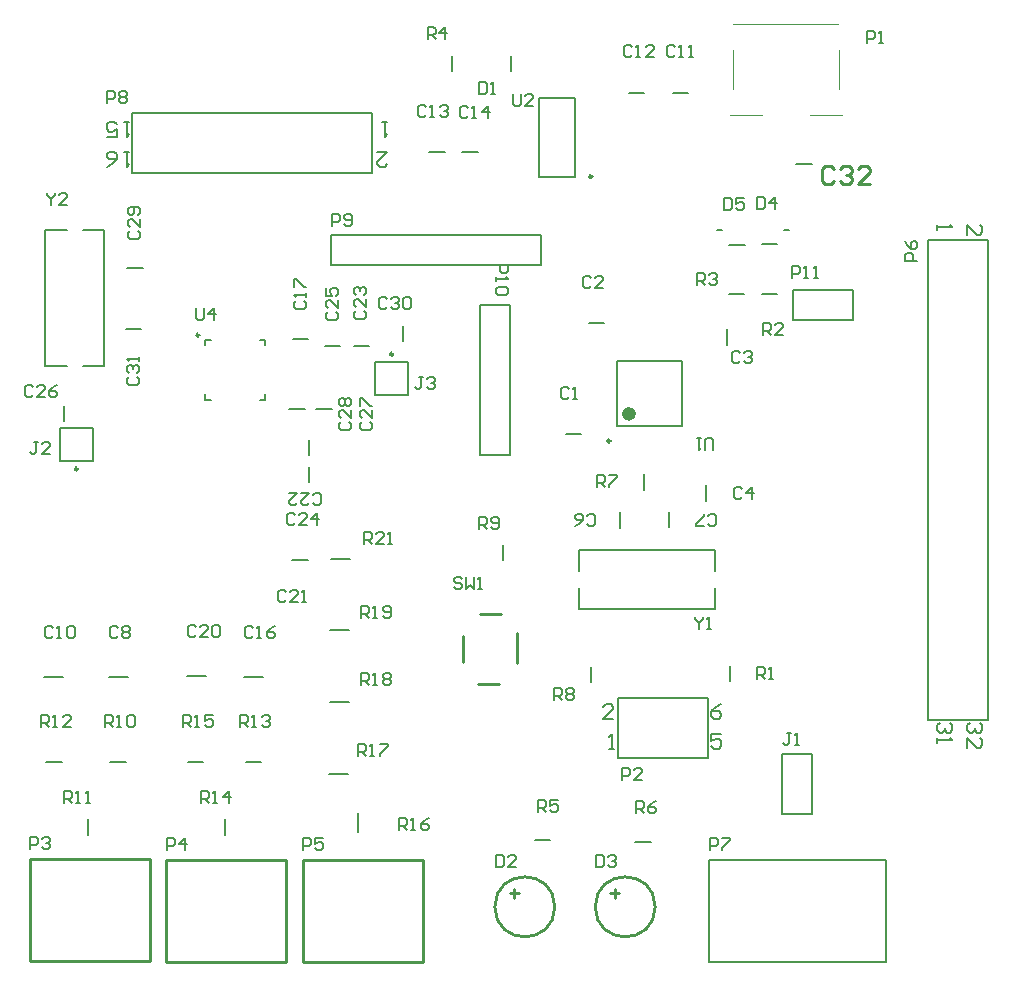
<source format=gto>
%FSLAX25Y25*%
%MOIN*%
G70*
G01*
G75*
%ADD10C,0.01000*%
%ADD11C,0.02500*%
%ADD12C,0.03000*%
%ADD13R,0.07087X0.06299*%
%ADD14R,0.01575X0.09449*%
%ADD15R,0.05512X0.05906*%
%ADD16R,0.01181X0.04724*%
%ADD17R,0.04724X0.01181*%
%ADD18R,0.11811X0.11811*%
%ADD19R,0.05906X0.05512*%
%ADD20R,0.06299X0.05984*%
%ADD21R,0.05984X0.06299*%
%ADD22R,0.08268X0.12598*%
%ADD23R,0.08268X0.03543*%
%ADD24R,0.03937X0.17716*%
%ADD25O,0.07087X0.01181*%
%ADD26O,0.01181X0.07087*%
%ADD27R,0.17716X0.03937*%
%ADD28R,0.05906X0.05906*%
%ADD29C,0.05906*%
%ADD30C,0.06693*%
%ADD31R,0.05906X0.05906*%
%ADD32C,0.19685*%
%ADD33O,0.06299X0.09843*%
%ADD34R,0.06299X0.09843*%
%ADD35C,0.04724*%
%ADD36C,0.03543*%
%ADD37C,0.03500*%
%ADD38O,0.01378X0.08268*%
%ADD39C,0.00984*%
%ADD40C,0.02362*%
%ADD41C,0.00394*%
%ADD42C,0.00787*%
%ADD43C,0.00800*%
D10*
X74888Y209347D02*
G03*
X74888Y209347I-492J0D01*
G01*
X226859Y18798D02*
G03*
X226859Y18798I-10000J0D01*
G01*
X193394D02*
G03*
X193394Y18798I-10000J0D01*
G01*
X180800Y100000D02*
Y110000D01*
X167800Y93000D02*
X174800D01*
X162800Y100500D02*
Y109000D01*
X168300Y116500D02*
X175300D01*
X109300Y17400D02*
Y34400D01*
X149300D01*
Y400D02*
Y34400D01*
X109300Y400D02*
X149300D01*
X109300D02*
Y17400D01*
X63700D02*
Y34400D01*
X103700D01*
Y400D02*
Y34400D01*
X63700Y400D02*
X103700D01*
X63700D02*
Y17400D01*
X18300Y17700D02*
Y34700D01*
X58300D01*
Y700D02*
Y34700D01*
X18300Y700D02*
X58300D01*
X18300D02*
Y17700D01*
X213359Y21798D02*
Y24798D01*
X211859Y23298D02*
X214859D01*
X179895Y21798D02*
Y24798D01*
X178395Y23298D02*
X181395D01*
X286399Y264798D02*
X285399Y265798D01*
X283400D01*
X282400Y264798D01*
Y260800D01*
X283400Y259800D01*
X285399D01*
X286399Y260800D01*
X288398Y264798D02*
X289398Y265798D01*
X291397D01*
X292397Y264798D01*
Y263799D01*
X291397Y262799D01*
X290397D01*
X291397D01*
X292397Y261799D01*
Y260800D01*
X291397Y259800D01*
X289398D01*
X288398Y260800D01*
X298395Y259800D02*
X294396D01*
X298395Y263799D01*
Y264798D01*
X297395Y265798D01*
X295396D01*
X294396Y264798D01*
D39*
X139492Y202971D02*
G03*
X139492Y202971I-492J0D01*
G01*
X34392Y164729D02*
G03*
X34392Y164729I-492J0D01*
G01*
X205807Y262205D02*
G03*
X205807Y262205I-492J0D01*
G01*
X211910Y174055D02*
G03*
X211910Y174055I-492J0D01*
G01*
D40*
X219291Y183110D02*
G03*
X219291Y183110I-1181J0D01*
G01*
D41*
X278356Y282792D02*
X288986D01*
X251726D02*
X262356D01*
X252639Y291372D02*
Y304561D01*
X288072Y291274D02*
Y304561D01*
X252756Y312992D02*
X287795D01*
D42*
X223068Y157885D02*
Y163003D01*
X244500Y68400D02*
Y88400D01*
X214500Y68400D02*
Y88400D01*
X244500D01*
X214500Y68400D02*
X244500D01*
X225333D02*
X244500D01*
X243700Y154141D02*
Y159259D01*
X269900Y244500D02*
X271600D01*
X247400Y244300D02*
X249100D01*
X250900Y206141D02*
Y211259D01*
X262341Y223200D02*
X267459D01*
X251441Y223100D02*
X256559D01*
X273941Y266500D02*
X279059D01*
X244700Y34400D02*
X303842D01*
X303913Y34329D01*
Y471D02*
Y34329D01*
X303842Y400D02*
X303913Y471D01*
X244700Y400D02*
X303842D01*
X244700D02*
Y34400D01*
X162569Y270289D02*
X167687D01*
X70701Y95700D02*
X77000D01*
X89800Y95400D02*
X96099D01*
X23201D02*
X29500D01*
X44700Y95500D02*
X50999D01*
X118400Y111100D02*
X124699D01*
X118400Y87100D02*
X124699D01*
X118200Y63200D02*
X124499D01*
X127900Y43600D02*
Y49899D01*
X118701Y134700D02*
X125000D01*
X133488Y189388D02*
Y200412D01*
Y189388D02*
X144512D01*
Y200412D01*
X133488D02*
X144512D01*
X39412Y167288D02*
Y178312D01*
X28388D02*
X39412D01*
X28388Y167288D02*
Y178312D01*
Y167288D02*
X39412D01*
X29900Y180741D02*
Y185859D01*
X106041Y208100D02*
X111159D01*
X111300Y160441D02*
Y165559D01*
Y169241D02*
Y174359D01*
X113841Y184800D02*
X118959D01*
X104841D02*
X109959D01*
X116641Y205600D02*
X121759D01*
X126341D02*
X131459D01*
X50341Y211300D02*
X55459D01*
X50841Y231800D02*
X55959D01*
X151545Y270289D02*
X156663D01*
X205500Y93741D02*
Y98859D01*
X251800Y93941D02*
Y99059D01*
X220241Y40400D02*
X225359D01*
X186741Y40900D02*
X191859D01*
X188189Y288386D02*
X200000D01*
X188189Y262008D02*
X200000D01*
X188189D02*
Y288386D01*
X200000Y262008D02*
Y288386D01*
X178740Y297441D02*
Y302559D01*
X168400Y169300D02*
X178400D01*
X168400D02*
Y219300D01*
X178400Y169300D02*
Y219300D01*
X168400D02*
X178400D01*
X43243Y199072D02*
Y244347D01*
X36156Y199072D02*
X43243D01*
X23557D02*
Y244347D01*
Y199072D02*
X30644D01*
X23557Y244347D02*
X30644D01*
X36156D02*
X43243D01*
X71141Y67100D02*
X76259D01*
X83600Y42841D02*
Y47959D01*
X90341Y66900D02*
X95459D01*
X23841D02*
X28959D01*
X37900Y42841D02*
Y47959D01*
X45241Y67000D02*
X50359D01*
X176200Y134241D02*
Y139359D01*
X159055Y297441D02*
Y302559D01*
X118800Y242600D02*
X188800D01*
X118800Y232600D02*
Y242600D01*
Y232600D02*
X188800D01*
Y242600D01*
X52500Y263500D02*
Y283500D01*
X132500Y263500D02*
Y283500D01*
X52500D02*
X132500D01*
X52500Y263500D02*
X132500D01*
X269016Y49567D02*
X279016D01*
X269016D02*
Y69567D01*
X279016D01*
Y49567D02*
Y69567D01*
X251541Y239500D02*
X256659D01*
X262441Y239600D02*
X267559D01*
X142900Y207441D02*
Y212559D01*
X105841Y134400D02*
X110959D01*
X218141Y290200D02*
X223259D01*
X232641D02*
X237759D01*
X204641Y213500D02*
X209759D01*
X197141Y176500D02*
X202259D01*
X317835Y81220D02*
Y241220D01*
X337835Y81220D02*
Y241220D01*
X317835D02*
X337835D01*
X317835Y81220D02*
X337835D01*
X235827Y179173D02*
Y200827D01*
X214173Y179173D02*
Y200827D01*
X235827D01*
X214173Y179173D02*
X235827D01*
X272953Y224291D02*
X292953D01*
X272953Y214291D02*
Y224291D01*
Y214291D02*
X292953D01*
Y224291D01*
X231300Y145241D02*
Y150359D01*
X201453Y137743D02*
X246728D01*
Y130656D02*
Y137743D01*
X201453Y118058D02*
X246728D01*
Y125144D01*
X201453Y118058D02*
Y125144D01*
Y130656D02*
Y137743D01*
X215100Y145141D02*
Y150259D01*
D43*
X76660Y205902D02*
Y207871D01*
X78628D01*
X95164D02*
X96935D01*
Y206001D02*
Y207871D01*
X76660Y187595D02*
X78727D01*
X76660D02*
Y189662D01*
X94967Y187595D02*
X96935D01*
Y189662D01*
X297400Y306600D02*
Y310599D01*
X299399D01*
X300066Y309932D01*
Y308599D01*
X299399Y307933D01*
X297400D01*
X301399Y306600D02*
X302732D01*
X302065D01*
Y310599D01*
X301399Y309932D01*
X207600Y158800D02*
Y162799D01*
X209599D01*
X210266Y162132D01*
Y160799D01*
X209599Y160133D01*
X207600D01*
X208933D02*
X210266Y158800D01*
X211599Y162799D02*
X214264D01*
Y162132D01*
X211599Y159467D01*
Y158800D01*
X215700Y60900D02*
Y64899D01*
X217699D01*
X218366Y64232D01*
Y62899D01*
X217699Y62233D01*
X215700D01*
X222364Y60900D02*
X219699D01*
X222364Y63566D01*
Y64232D01*
X221698Y64899D01*
X220365D01*
X219699Y64232D01*
X248832Y86398D02*
X247166Y85565D01*
X245500Y83899D01*
Y82233D01*
X246333Y81400D01*
X247999D01*
X248832Y82233D01*
Y83066D01*
X247999Y83899D01*
X245500D01*
X248832Y76398D02*
X245500D01*
Y73899D01*
X247166Y74732D01*
X247999D01*
X248832Y73899D01*
Y72233D01*
X247999Y71400D01*
X246333D01*
X245500Y72233D01*
X212832Y81400D02*
X209500D01*
X212832Y84732D01*
Y85565D01*
X211999Y86398D01*
X210333D01*
X209500Y85565D01*
X211500Y71400D02*
X213166D01*
X212333D01*
Y76398D01*
X211500Y75565D01*
X255666Y158032D02*
X254999Y158699D01*
X253666D01*
X253000Y158032D01*
Y155367D01*
X253666Y154700D01*
X254999D01*
X255666Y155367D01*
X258998Y154700D02*
Y158699D01*
X256999Y156699D01*
X259665D01*
X255066Y203232D02*
X254399Y203899D01*
X253066D01*
X252400Y203232D01*
Y200567D01*
X253066Y199900D01*
X254399D01*
X255066Y200567D01*
X256399Y203232D02*
X257065Y203899D01*
X258398D01*
X259065Y203232D01*
Y202566D01*
X258398Y201899D01*
X257732D01*
X258398D01*
X259065Y201233D01*
Y200567D01*
X258398Y199900D01*
X257065D01*
X256399Y200567D01*
X262800Y209300D02*
Y213299D01*
X264799D01*
X265466Y212632D01*
Y211299D01*
X264799Y210633D01*
X262800D01*
X264133D02*
X265466Y209300D01*
X269464D02*
X266799D01*
X269464Y211966D01*
Y212632D01*
X268798Y213299D01*
X267465D01*
X266799Y212632D01*
X240800Y226200D02*
Y230199D01*
X242799D01*
X243466Y229532D01*
Y228199D01*
X242799Y227533D01*
X240800D01*
X242133D02*
X243466Y226200D01*
X244799Y229532D02*
X245465Y230199D01*
X246798D01*
X247464Y229532D01*
Y228866D01*
X246798Y228199D01*
X246132D01*
X246798D01*
X247464Y227533D01*
Y226866D01*
X246798Y226200D01*
X245465D01*
X244799Y226866D01*
X164566Y285132D02*
X163899Y285799D01*
X162566D01*
X161900Y285132D01*
Y282466D01*
X162566Y281800D01*
X163899D01*
X164566Y282466D01*
X165899Y281800D02*
X167232D01*
X166565D01*
Y285799D01*
X165899Y285132D01*
X171230Y281800D02*
Y285799D01*
X169231Y283799D01*
X171897D01*
X128700Y115000D02*
Y118999D01*
X130699D01*
X131366Y118332D01*
Y116999D01*
X130699Y116333D01*
X128700D01*
X130033D02*
X131366Y115000D01*
X132699D02*
X134032D01*
X133365D01*
Y118999D01*
X132699Y118332D01*
X136031Y115666D02*
X136697Y115000D01*
X138030D01*
X138697Y115666D01*
Y118332D01*
X138030Y118999D01*
X136697D01*
X136031Y118332D01*
Y117666D01*
X136697Y116999D01*
X138697D01*
X128700Y92700D02*
Y96699D01*
X130699D01*
X131366Y96032D01*
Y94699D01*
X130699Y94033D01*
X128700D01*
X130033D02*
X131366Y92700D01*
X132699D02*
X134032D01*
X133365D01*
Y96699D01*
X132699Y96032D01*
X136031D02*
X136697Y96699D01*
X138030D01*
X138697Y96032D01*
Y95366D01*
X138030Y94699D01*
X138697Y94033D01*
Y93366D01*
X138030Y92700D01*
X136697D01*
X136031Y93366D01*
Y94033D01*
X136697Y94699D01*
X136031Y95366D01*
Y96032D01*
X136697Y94699D02*
X138030D01*
X127800Y68900D02*
Y72899D01*
X129799D01*
X130466Y72232D01*
Y70899D01*
X129799Y70233D01*
X127800D01*
X129133D02*
X130466Y68900D01*
X131799D02*
X133132D01*
X132465D01*
Y72899D01*
X131799Y72232D01*
X135131Y72899D02*
X137797D01*
Y72232D01*
X135131Y69566D01*
Y68900D01*
X141400Y44400D02*
Y48399D01*
X143399D01*
X144066Y47732D01*
Y46399D01*
X143399Y45733D01*
X141400D01*
X142733D02*
X144066Y44400D01*
X145399D02*
X146732D01*
X146065D01*
Y48399D01*
X145399Y47732D01*
X151397Y48399D02*
X150064Y47732D01*
X148731Y46399D01*
Y45066D01*
X149397Y44400D01*
X150730D01*
X151397Y45066D01*
Y45733D01*
X150730Y46399D01*
X148731D01*
X129700Y139700D02*
Y143699D01*
X131699D01*
X132366Y143032D01*
Y141699D01*
X131699Y141033D01*
X129700D01*
X131033D02*
X132366Y139700D01*
X136364D02*
X133699D01*
X136364Y142366D01*
Y143032D01*
X135698Y143699D01*
X134365D01*
X133699Y143032D01*
X137697Y139700D02*
X139030D01*
X138364D01*
Y143699D01*
X137697Y143032D01*
X149566Y195399D02*
X148233D01*
X148899D01*
Y192067D01*
X148233Y191400D01*
X147566D01*
X146900Y192067D01*
X150899Y194732D02*
X151565Y195399D01*
X152898D01*
X153565Y194732D01*
Y194066D01*
X152898Y193399D01*
X152232D01*
X152898D01*
X153565Y192733D01*
Y192067D01*
X152898Y191400D01*
X151565D01*
X150899Y192067D01*
X21066Y173799D02*
X19733D01*
X20399D01*
Y170466D01*
X19733Y169800D01*
X19067D01*
X18400Y170466D01*
X25065Y169800D02*
X22399D01*
X25065Y172466D01*
Y173132D01*
X24398Y173799D01*
X23065D01*
X22399Y173132D01*
X19566Y192132D02*
X18899Y192799D01*
X17567D01*
X16900Y192132D01*
Y189467D01*
X17567Y188800D01*
X18899D01*
X19566Y189467D01*
X23564Y188800D02*
X20899D01*
X23564Y191466D01*
Y192132D01*
X22898Y192799D01*
X21565D01*
X20899Y192132D01*
X27563Y192799D02*
X26230Y192132D01*
X24897Y190799D01*
Y189467D01*
X25564Y188800D01*
X26897D01*
X27563Y189467D01*
Y190133D01*
X26897Y190799D01*
X24897D01*
X107268Y220766D02*
X106601Y220099D01*
Y218766D01*
X107268Y218100D01*
X109933D01*
X110600Y218766D01*
Y220099D01*
X109933Y220766D01*
X110600Y222099D02*
Y223432D01*
Y222765D01*
X106601D01*
X107268Y222099D01*
X106601Y225431D02*
Y228097D01*
X107268D01*
X109933Y225431D01*
X110600D01*
X103866Y123632D02*
X103199Y124299D01*
X101866D01*
X101200Y123632D01*
Y120966D01*
X101866Y120300D01*
X103199D01*
X103866Y120966D01*
X107864Y120300D02*
X105199D01*
X107864Y122966D01*
Y123632D01*
X107198Y124299D01*
X105865D01*
X105199Y123632D01*
X109197Y120300D02*
X110530D01*
X109864D01*
Y124299D01*
X109197Y123632D01*
X112634Y153468D02*
X113301Y152801D01*
X114634D01*
X115300Y153468D01*
Y156133D01*
X114634Y156800D01*
X113301D01*
X112634Y156133D01*
X108635Y156800D02*
X111301D01*
X108635Y154134D01*
Y153468D01*
X109302Y152801D01*
X110635D01*
X111301Y153468D01*
X104637Y156800D02*
X107303D01*
X104637Y154134D01*
Y153468D01*
X105303Y152801D01*
X106636D01*
X107303Y153468D01*
X129068Y180466D02*
X128401Y179799D01*
Y178466D01*
X129068Y177800D01*
X131734D01*
X132400Y178466D01*
Y179799D01*
X131734Y180466D01*
X132400Y184465D02*
Y181799D01*
X129734Y184465D01*
X129068D01*
X128401Y183798D01*
Y182465D01*
X129068Y181799D01*
X128401Y185797D02*
Y188463D01*
X129068D01*
X131734Y185797D01*
X132400D01*
X122068Y180466D02*
X121401Y179799D01*
Y178466D01*
X122068Y177800D01*
X124733D01*
X125400Y178466D01*
Y179799D01*
X124733Y180466D01*
X125400Y184465D02*
Y181799D01*
X122734Y184465D01*
X122068D01*
X121401Y183798D01*
Y182465D01*
X122068Y181799D01*
Y185797D02*
X121401Y186464D01*
Y187797D01*
X122068Y188463D01*
X122734D01*
X123401Y187797D01*
X124067Y188463D01*
X124733D01*
X125400Y187797D01*
Y186464D01*
X124733Y185797D01*
X124067D01*
X123401Y186464D01*
X122734Y185797D01*
X122068D01*
X123401Y186464D02*
Y187797D01*
X117668Y217166D02*
X117001Y216499D01*
Y215166D01*
X117668Y214500D01*
X120334D01*
X121000Y215166D01*
Y216499D01*
X120334Y217166D01*
X121000Y221164D02*
Y218499D01*
X118334Y221164D01*
X117668D01*
X117001Y220498D01*
Y219165D01*
X117668Y218499D01*
X117001Y225163D02*
Y222497D01*
X119001D01*
X118334Y223830D01*
Y224497D01*
X119001Y225163D01*
X120334D01*
X121000Y224497D01*
Y223164D01*
X120334Y222497D01*
X127268Y217366D02*
X126601Y216699D01*
Y215366D01*
X127268Y214700D01*
X129934D01*
X130600Y215366D01*
Y216699D01*
X129934Y217366D01*
X130600Y221364D02*
Y218699D01*
X127934Y221364D01*
X127268D01*
X126601Y220698D01*
Y219365D01*
X127268Y218699D01*
Y222697D02*
X126601Y223364D01*
Y224697D01*
X127268Y225363D01*
X127934D01*
X128601Y224697D01*
Y224030D01*
Y224697D01*
X129267Y225363D01*
X129934D01*
X130600Y224697D01*
Y223364D01*
X129934Y222697D01*
X51536Y195462D02*
X50870Y194795D01*
Y193463D01*
X51536Y192796D01*
X54202D01*
X54869Y193463D01*
Y194795D01*
X54202Y195462D01*
X51536Y196795D02*
X50870Y197461D01*
Y198794D01*
X51536Y199461D01*
X52203D01*
X52869Y198794D01*
Y198128D01*
Y198794D01*
X53536Y199461D01*
X54202D01*
X54869Y198794D01*
Y197461D01*
X54202Y196795D01*
X54869Y200794D02*
Y202126D01*
Y201460D01*
X50870D01*
X51536Y200794D01*
X51643Y243915D02*
X50976Y243248D01*
Y241915D01*
X51643Y241249D01*
X54308D01*
X54975Y241915D01*
Y243248D01*
X54308Y243915D01*
X54975Y247913D02*
Y245248D01*
X52309Y247913D01*
X51643D01*
X50976Y247247D01*
Y245914D01*
X51643Y245248D01*
X54308Y249246D02*
X54975Y249913D01*
Y251246D01*
X54308Y251912D01*
X51643D01*
X50976Y251246D01*
Y249913D01*
X51643Y249246D01*
X52309D01*
X52975Y249913D01*
Y251912D01*
X150466Y285232D02*
X149799Y285899D01*
X148467D01*
X147800Y285232D01*
Y282566D01*
X148467Y281900D01*
X149799D01*
X150466Y282566D01*
X151799Y281900D02*
X153132D01*
X152465D01*
Y285899D01*
X151799Y285232D01*
X155131D02*
X155797Y285899D01*
X157130D01*
X157797Y285232D01*
Y284566D01*
X157130Y283899D01*
X156464D01*
X157130D01*
X157797Y283233D01*
Y282566D01*
X157130Y281900D01*
X155797D01*
X155131Y282566D01*
X193000Y87800D02*
Y91799D01*
X194999D01*
X195666Y91132D01*
Y89799D01*
X194999Y89133D01*
X193000D01*
X194333D02*
X195666Y87800D01*
X196999Y91132D02*
X197665Y91799D01*
X198998D01*
X199664Y91132D01*
Y90466D01*
X198998Y89799D01*
X199664Y89133D01*
Y88466D01*
X198998Y87800D01*
X197665D01*
X196999Y88466D01*
Y89133D01*
X197665Y89799D01*
X196999Y90466D01*
Y91132D01*
X197665Y89799D02*
X198998D01*
X260800Y94700D02*
Y98699D01*
X262799D01*
X263466Y98032D01*
Y96699D01*
X262799Y96033D01*
X260800D01*
X262133D02*
X263466Y94700D01*
X264799D02*
X266132D01*
X265465D01*
Y98699D01*
X264799Y98032D01*
X220300Y49900D02*
Y53899D01*
X222299D01*
X222966Y53232D01*
Y51899D01*
X222299Y51233D01*
X220300D01*
X221633D02*
X222966Y49900D01*
X226964Y53899D02*
X225632Y53232D01*
X224299Y51899D01*
Y50566D01*
X224965Y49900D01*
X226298D01*
X226964Y50566D01*
Y51233D01*
X226298Y51899D01*
X224299D01*
X187800Y50400D02*
Y54399D01*
X189799D01*
X190466Y53732D01*
Y52399D01*
X189799Y51733D01*
X187800D01*
X189133D02*
X190466Y50400D01*
X194465Y54399D02*
X191799D01*
Y52399D01*
X193132Y53066D01*
X193798D01*
X194465Y52399D01*
Y51066D01*
X193798Y50400D01*
X192465D01*
X191799Y51066D01*
X179528Y289826D02*
Y286493D01*
X180194Y285827D01*
X181527D01*
X182193Y286493D01*
Y289826D01*
X186192Y285827D02*
X183526D01*
X186192Y288493D01*
Y289159D01*
X185526Y289826D01*
X184193D01*
X183526Y289159D01*
X168110Y293762D02*
Y289764D01*
X170110D01*
X170776Y290430D01*
Y293096D01*
X170110Y293762D01*
X168110D01*
X172109Y289764D02*
X173442D01*
X172775D01*
Y293762D01*
X172109Y293096D01*
X173794Y232568D02*
X177792D01*
Y230568D01*
X177126Y229902D01*
X175793D01*
X175127Y230568D01*
Y232568D01*
X173794Y228569D02*
Y227236D01*
Y227903D01*
X177792D01*
X177126Y228569D01*
Y225237D02*
X177792Y224570D01*
Y223237D01*
X177126Y222571D01*
X174460D01*
X173794Y223237D01*
Y224570D01*
X174460Y225237D01*
X177126D01*
X24000Y256799D02*
Y256132D01*
X25333Y254799D01*
X26666Y256132D01*
Y256799D01*
X25333Y254799D02*
Y252800D01*
X30665D02*
X27999D01*
X30665Y255466D01*
Y256132D01*
X29998Y256799D01*
X28665D01*
X27999Y256132D01*
X240100Y115399D02*
Y114732D01*
X241433Y113399D01*
X242766Y114732D01*
Y115399D01*
X241433Y113399D02*
Y111400D01*
X244099D02*
X245432D01*
X244765D01*
Y115399D01*
X244099Y114732D01*
X246000Y170901D02*
Y174233D01*
X245334Y174900D01*
X244001D01*
X243334Y174233D01*
Y170901D01*
X242001Y174900D02*
X240668D01*
X241335D01*
Y170901D01*
X242001Y171568D01*
X162462Y127975D02*
X161795Y128641D01*
X160462D01*
X159796Y127975D01*
Y127308D01*
X160462Y126642D01*
X161795D01*
X162462Y125975D01*
Y125309D01*
X161795Y124643D01*
X160462D01*
X159796Y125309D01*
X163795Y128641D02*
Y124643D01*
X165128Y125975D01*
X166461Y124643D01*
Y128641D01*
X167794Y124643D02*
X169126D01*
X168460D01*
Y128641D01*
X167794Y127975D01*
X69400Y78800D02*
Y82799D01*
X71399D01*
X72066Y82132D01*
Y80799D01*
X71399Y80133D01*
X69400D01*
X70733D02*
X72066Y78800D01*
X73399D02*
X74732D01*
X74065D01*
Y82799D01*
X73399Y82132D01*
X79397Y82799D02*
X76731D01*
Y80799D01*
X78064Y81466D01*
X78730D01*
X79397Y80799D01*
Y79466D01*
X78730Y78800D01*
X77397D01*
X76731Y79466D01*
X75500Y53300D02*
Y57299D01*
X77499D01*
X78166Y56632D01*
Y55299D01*
X77499Y54633D01*
X75500D01*
X76833D02*
X78166Y53300D01*
X79499D02*
X80832D01*
X80165D01*
Y57299D01*
X79499Y56632D01*
X84830Y53300D02*
Y57299D01*
X82831Y55299D01*
X85497D01*
X88600Y78600D02*
Y82599D01*
X90599D01*
X91266Y81932D01*
Y80599D01*
X90599Y79933D01*
X88600D01*
X89933D02*
X91266Y78600D01*
X92599D02*
X93932D01*
X93265D01*
Y82599D01*
X92599Y81932D01*
X95931D02*
X96597Y82599D01*
X97930D01*
X98597Y81932D01*
Y81266D01*
X97930Y80599D01*
X97264D01*
X97930D01*
X98597Y79933D01*
Y79266D01*
X97930Y78600D01*
X96597D01*
X95931Y79266D01*
X22100Y78600D02*
Y82599D01*
X24099D01*
X24766Y81932D01*
Y80599D01*
X24099Y79933D01*
X22100D01*
X23433D02*
X24766Y78600D01*
X26099D02*
X27432D01*
X26765D01*
Y82599D01*
X26099Y81932D01*
X32097Y78600D02*
X29431D01*
X32097Y81266D01*
Y81932D01*
X31430Y82599D01*
X30097D01*
X29431Y81932D01*
X29800Y53300D02*
Y57299D01*
X31799D01*
X32466Y56632D01*
Y55299D01*
X31799Y54633D01*
X29800D01*
X31133D02*
X32466Y53300D01*
X33799D02*
X35132D01*
X34465D01*
Y57299D01*
X33799Y56632D01*
X37131Y53300D02*
X38464D01*
X37797D01*
Y57299D01*
X37131Y56632D01*
X43500Y78700D02*
Y82699D01*
X45499D01*
X46166Y82032D01*
Y80699D01*
X45499Y80033D01*
X43500D01*
X44833D02*
X46166Y78700D01*
X47499D02*
X48832D01*
X48165D01*
Y82699D01*
X47499Y82032D01*
X50831D02*
X51497Y82699D01*
X52830D01*
X53497Y82032D01*
Y79366D01*
X52830Y78700D01*
X51497D01*
X50831Y79366D01*
Y82032D01*
X168100Y144700D02*
Y148699D01*
X170099D01*
X170766Y148032D01*
Y146699D01*
X170099Y146033D01*
X168100D01*
X169433D02*
X170766Y144700D01*
X172099Y145367D02*
X172765Y144700D01*
X174098D01*
X174765Y145367D01*
Y148032D01*
X174098Y148699D01*
X172765D01*
X172099Y148032D01*
Y147366D01*
X172765Y146699D01*
X174765D01*
X150955Y307900D02*
Y311899D01*
X152954D01*
X153621Y311232D01*
Y309899D01*
X152954Y309233D01*
X150955D01*
X152288D02*
X153621Y307900D01*
X156953D02*
Y311899D01*
X154954Y309899D01*
X157620D01*
X119200Y245800D02*
Y249799D01*
X121199D01*
X121866Y249132D01*
Y247799D01*
X121199Y247133D01*
X119200D01*
X123199Y246466D02*
X123865Y245800D01*
X125198D01*
X125865Y246466D01*
Y249132D01*
X125198Y249799D01*
X123865D01*
X123199Y249132D01*
Y248466D01*
X123865Y247799D01*
X125865D01*
X44000Y286700D02*
Y290699D01*
X45999D01*
X46666Y290032D01*
Y288699D01*
X45999Y288033D01*
X44000D01*
X47999Y290032D02*
X48665Y290699D01*
X49998D01*
X50665Y290032D01*
Y289366D01*
X49998Y288699D01*
X50665Y288033D01*
Y287366D01*
X49998Y286700D01*
X48665D01*
X47999Y287366D01*
Y288033D01*
X48665Y288699D01*
X47999Y289366D01*
Y290032D01*
X48665Y288699D02*
X49998D01*
X245000Y37700D02*
Y41699D01*
X246999D01*
X247666Y41032D01*
Y39699D01*
X246999Y39033D01*
X245000D01*
X248999Y41699D02*
X251664D01*
Y41032D01*
X248999Y38366D01*
Y37700D01*
X314235Y234120D02*
X310236D01*
Y236120D01*
X310902Y236786D01*
X312235D01*
X312902Y236120D01*
Y234120D01*
X310236Y240785D02*
X310902Y239452D01*
X312235Y238119D01*
X313568D01*
X314235Y238786D01*
Y240119D01*
X313568Y240785D01*
X312902D01*
X312235Y240119D01*
Y238119D01*
X109600Y37700D02*
Y41699D01*
X111599D01*
X112266Y41032D01*
Y39699D01*
X111599Y39033D01*
X109600D01*
X116264Y41699D02*
X113599D01*
Y39699D01*
X114932Y40366D01*
X115598D01*
X116264Y39699D01*
Y38366D01*
X115598Y37700D01*
X114265D01*
X113599Y38366D01*
X64000Y37700D02*
Y41699D01*
X65999D01*
X66666Y41032D01*
Y39699D01*
X65999Y39033D01*
X64000D01*
X69998Y37700D02*
Y41699D01*
X67999Y39699D01*
X70665D01*
X18600Y38000D02*
Y41999D01*
X20599D01*
X21266Y41332D01*
Y39999D01*
X20599Y39333D01*
X18600D01*
X22599Y41332D02*
X23265Y41999D01*
X24598D01*
X25264Y41332D01*
Y40666D01*
X24598Y39999D01*
X23932D01*
X24598D01*
X25264Y39333D01*
Y38666D01*
X24598Y38000D01*
X23265D01*
X22599Y38666D01*
X272103Y76731D02*
X270770D01*
X271436D01*
Y73399D01*
X270770Y72732D01*
X270104D01*
X269437Y73399D01*
X273436Y72732D02*
X274769D01*
X274102D01*
Y76731D01*
X273436Y76064D01*
X249784Y255179D02*
Y251180D01*
X251784D01*
X252450Y251847D01*
Y254513D01*
X251784Y255179D01*
X249784D01*
X256449D02*
X253783D01*
Y253180D01*
X255116Y253846D01*
X255782D01*
X256449Y253180D01*
Y251847D01*
X255782Y251180D01*
X254449D01*
X253783Y251847D01*
X260720Y255244D02*
Y251246D01*
X262720D01*
X263386Y251912D01*
Y254578D01*
X262720Y255244D01*
X260720D01*
X266719Y251246D02*
Y255244D01*
X264719Y253245D01*
X267385D01*
X207139Y36070D02*
Y32072D01*
X209138D01*
X209804Y32738D01*
Y35404D01*
X209138Y36070D01*
X207139D01*
X211137Y35404D02*
X211804Y36070D01*
X213137D01*
X213803Y35404D01*
Y34738D01*
X213137Y34071D01*
X212470D01*
X213137D01*
X213803Y33405D01*
Y32738D01*
X213137Y32072D01*
X211804D01*
X211137Y32738D01*
X173739Y36070D02*
Y32072D01*
X175738D01*
X176404Y32738D01*
Y35404D01*
X175738Y36070D01*
X173739D01*
X180403Y32072D02*
X177737D01*
X180403Y34738D01*
Y35404D01*
X179737Y36070D01*
X178404D01*
X177737Y35404D01*
X137466Y221232D02*
X136799Y221899D01*
X135467D01*
X134800Y221232D01*
Y218566D01*
X135467Y217900D01*
X136799D01*
X137466Y218566D01*
X138799Y221232D02*
X139465Y221899D01*
X140798D01*
X141464Y221232D01*
Y220566D01*
X140798Y219899D01*
X140132D01*
X140798D01*
X141464Y219233D01*
Y218566D01*
X140798Y217900D01*
X139465D01*
X138799Y218566D01*
X142797Y221232D02*
X143464Y221899D01*
X144797D01*
X145463Y221232D01*
Y218566D01*
X144797Y217900D01*
X143464D01*
X142797Y218566D01*
Y221232D01*
X106766Y149432D02*
X106099Y150099D01*
X104766D01*
X104100Y149432D01*
Y146766D01*
X104766Y146100D01*
X106099D01*
X106766Y146766D01*
X110765Y146100D02*
X108099D01*
X110765Y148766D01*
Y149432D01*
X110098Y150099D01*
X108765D01*
X108099Y149432D01*
X114097Y146100D02*
Y150099D01*
X112097Y148099D01*
X114763D01*
X73666Y111932D02*
X72999Y112599D01*
X71666D01*
X71000Y111932D01*
Y109266D01*
X71666Y108600D01*
X72999D01*
X73666Y109266D01*
X77665Y108600D02*
X74999D01*
X77665Y111266D01*
Y111932D01*
X76998Y112599D01*
X75665D01*
X74999Y111932D01*
X78997D02*
X79664Y112599D01*
X80997D01*
X81663Y111932D01*
Y109266D01*
X80997Y108600D01*
X79664D01*
X78997Y109266D01*
Y111932D01*
X92866Y111632D02*
X92199Y112299D01*
X90866D01*
X90200Y111632D01*
Y108967D01*
X90866Y108300D01*
X92199D01*
X92866Y108967D01*
X94199Y108300D02*
X95532D01*
X94865D01*
Y112299D01*
X94199Y111632D01*
X100197Y112299D02*
X98864Y111632D01*
X97531Y110299D01*
Y108967D01*
X98197Y108300D01*
X99530D01*
X100197Y108967D01*
Y109633D01*
X99530Y110299D01*
X97531D01*
X219066Y305232D02*
X218399Y305899D01*
X217066D01*
X216400Y305232D01*
Y302566D01*
X217066Y301900D01*
X218399D01*
X219066Y302566D01*
X220399Y301900D02*
X221732D01*
X221065D01*
Y305899D01*
X220399Y305232D01*
X226397Y301900D02*
X223731D01*
X226397Y304566D01*
Y305232D01*
X225730Y305899D01*
X224397D01*
X223731Y305232D01*
X233566D02*
X232899Y305899D01*
X231566D01*
X230900Y305232D01*
Y302566D01*
X231566Y301900D01*
X232899D01*
X233566Y302566D01*
X234899Y301900D02*
X236232D01*
X235565D01*
Y305899D01*
X234899Y305232D01*
X238231Y301900D02*
X239564D01*
X238897D01*
Y305899D01*
X238231Y305232D01*
X26166Y111632D02*
X25499Y112299D01*
X24167D01*
X23500Y111632D01*
Y108967D01*
X24167Y108300D01*
X25499D01*
X26166Y108967D01*
X27499Y108300D02*
X28832D01*
X28165D01*
Y112299D01*
X27499Y111632D01*
X30831D02*
X31497Y112299D01*
X32830D01*
X33497Y111632D01*
Y108967D01*
X32830Y108300D01*
X31497D01*
X30831Y108967D01*
Y111632D01*
X47766Y111732D02*
X47099Y112399D01*
X45766D01*
X45100Y111732D01*
Y109066D01*
X45766Y108400D01*
X47099D01*
X47766Y109066D01*
X49099Y111732D02*
X49765Y112399D01*
X51098D01*
X51765Y111732D01*
Y111066D01*
X51098Y110399D01*
X51765Y109733D01*
Y109066D01*
X51098Y108400D01*
X49765D01*
X49099Y109066D01*
Y109733D01*
X49765Y110399D01*
X49099Y111066D01*
Y111732D01*
X49765Y110399D02*
X51098D01*
X244382Y146436D02*
X245049Y145770D01*
X246382D01*
X247048Y146436D01*
Y149102D01*
X246382Y149768D01*
X245049D01*
X244382Y149102D01*
X243049Y145770D02*
X240384D01*
Y146436D01*
X243049Y149102D01*
Y149768D01*
X204167Y146336D02*
X204833Y145670D01*
X206166D01*
X206832Y146336D01*
Y149002D01*
X206166Y149669D01*
X204833D01*
X204167Y149002D01*
X200168Y145670D02*
X201501Y146336D01*
X202834Y147669D01*
Y149002D01*
X202167Y149669D01*
X200834D01*
X200168Y149002D01*
Y148336D01*
X200834Y147669D01*
X202834D01*
X205566Y228532D02*
X204899Y229199D01*
X203567D01*
X202900Y228532D01*
Y225866D01*
X203567Y225200D01*
X204899D01*
X205566Y225866D01*
X209564Y225200D02*
X206899D01*
X209564Y227866D01*
Y228532D01*
X208898Y229199D01*
X207565D01*
X206899Y228532D01*
X198066Y191532D02*
X197399Y192199D01*
X196066D01*
X195400Y191532D01*
Y188866D01*
X196066Y188200D01*
X197399D01*
X198066Y188866D01*
X199399Y188200D02*
X200732D01*
X200065D01*
Y192199D01*
X199399Y191532D01*
X73900Y218299D02*
Y214966D01*
X74566Y214300D01*
X75899D01*
X76566Y214966D01*
Y218299D01*
X79898Y214300D02*
Y218299D01*
X77899Y216299D01*
X80564D01*
X272453Y228491D02*
Y232490D01*
X274452D01*
X275119Y231824D01*
Y230491D01*
X274452Y229824D01*
X272453D01*
X276451Y228491D02*
X277784D01*
X277118D01*
Y232490D01*
X276451Y231824D01*
X279784Y228491D02*
X281117D01*
X280450D01*
Y232490D01*
X279784Y231824D01*
X134168Y270500D02*
X137500D01*
X134168Y267168D01*
Y266335D01*
X135001Y265502D01*
X136667D01*
X137500Y266335D01*
Y280500D02*
X135834D01*
X136667D01*
Y275502D01*
X137500Y276335D01*
X51500Y280500D02*
X49834D01*
X50667D01*
Y275502D01*
X51500Y276335D01*
X44002Y275502D02*
X47335D01*
Y278001D01*
X45669Y277168D01*
X44835D01*
X44002Y278001D01*
Y279667D01*
X44835Y280500D01*
X46502D01*
X47335Y279667D01*
X51500Y270500D02*
X49834D01*
X50667D01*
Y265502D01*
X51500Y266335D01*
X44002Y265502D02*
X45669Y266335D01*
X47335Y268001D01*
Y269667D01*
X46502Y270500D01*
X44835D01*
X44002Y269667D01*
Y268834D01*
X44835Y268001D01*
X47335D01*
X330835Y242888D02*
Y246220D01*
X334167Y242888D01*
X335000D01*
X335833Y243721D01*
Y245387D01*
X335000Y246220D01*
X320835D02*
Y244554D01*
Y245387D01*
X325833D01*
X325000Y246220D01*
Y80221D02*
X325833Y79387D01*
Y77721D01*
X325000Y76888D01*
X324167D01*
X323334Y77721D01*
Y78554D01*
Y77721D01*
X322501Y76888D01*
X321668D01*
X320835Y77721D01*
Y79387D01*
X321668Y80221D01*
X320835Y75222D02*
Y73556D01*
Y74389D01*
X325833D01*
X325000Y75222D01*
X335000Y80221D02*
X335833Y79387D01*
Y77721D01*
X335000Y76888D01*
X334167D01*
X333334Y77721D01*
Y78554D01*
Y77721D01*
X332501Y76888D01*
X331668D01*
X330835Y77721D01*
Y79387D01*
X331668Y80221D01*
X330835Y71890D02*
Y75222D01*
X334167Y71890D01*
X335000D01*
X335833Y72723D01*
Y74389D01*
X335000Y75222D01*
M02*

</source>
